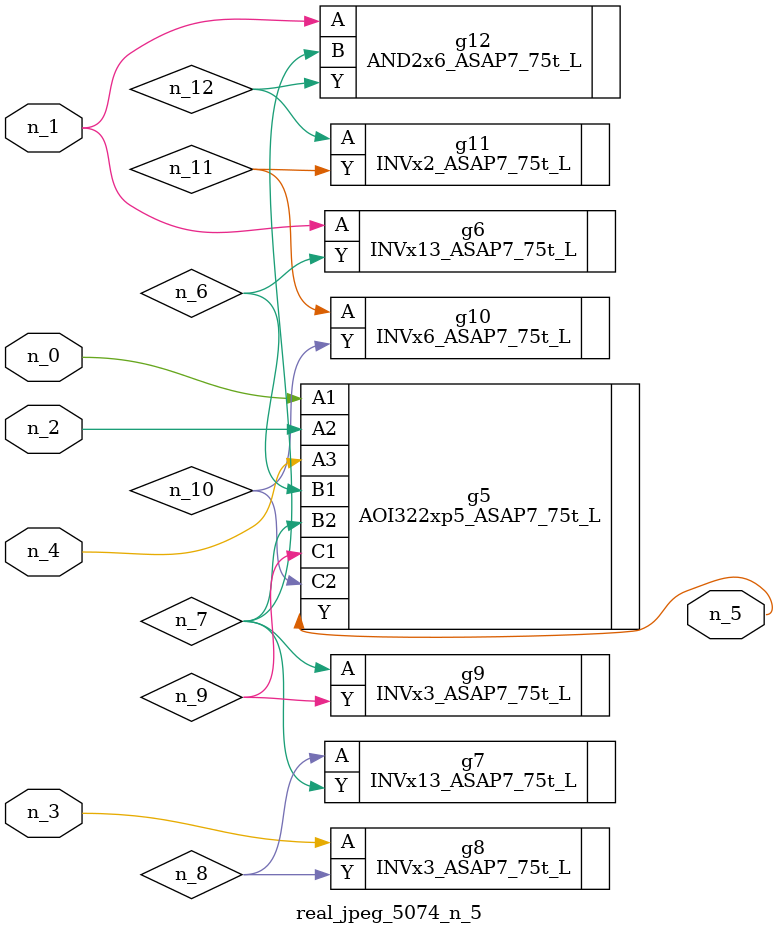
<source format=v>
module real_jpeg_5074_n_5 (n_4, n_0, n_1, n_2, n_3, n_5);

input n_4;
input n_0;
input n_1;
input n_2;
input n_3;

output n_5;

wire n_12;
wire n_8;
wire n_11;
wire n_6;
wire n_7;
wire n_10;
wire n_9;

AOI322xp5_ASAP7_75t_L g5 ( 
.A1(n_0),
.A2(n_2),
.A3(n_4),
.B1(n_6),
.B2(n_7),
.C1(n_9),
.C2(n_10),
.Y(n_5)
);

INVx13_ASAP7_75t_L g6 ( 
.A(n_1),
.Y(n_6)
);

AND2x6_ASAP7_75t_L g12 ( 
.A(n_1),
.B(n_7),
.Y(n_12)
);

INVx3_ASAP7_75t_L g8 ( 
.A(n_3),
.Y(n_8)
);

INVx3_ASAP7_75t_L g9 ( 
.A(n_7),
.Y(n_9)
);

INVx13_ASAP7_75t_L g7 ( 
.A(n_8),
.Y(n_7)
);

INVx6_ASAP7_75t_L g10 ( 
.A(n_11),
.Y(n_10)
);

INVx2_ASAP7_75t_L g11 ( 
.A(n_12),
.Y(n_11)
);


endmodule
</source>
